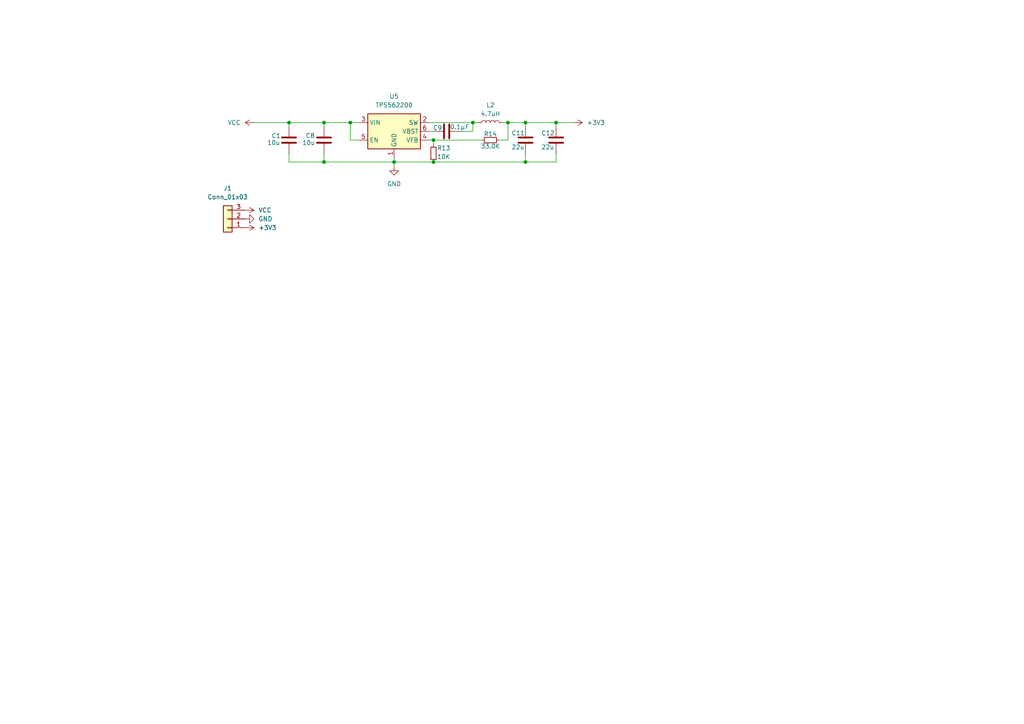
<source format=kicad_sch>
(kicad_sch (version 20250114) (generator "eeschema") (generator_version "9.0")
  (paper "A4")
  (lib_symbols
    (symbol "Connector_Generic:Conn_01x03" (pin_names (offset 1.016) (hide yes))
      (property "Reference" "J" (at 0 5.08 0))
      (property "Value" "Conn_01x03" (at 0 -5.08 0))
      (symbol "Conn_01x03_1_1"
        (rectangle (start -1.27 3.81) (end 1.27 -3.81) (stroke (width 0.254)) (fill (type background)))
        (rectangle (start -1.27 2.667) (end 0 2.413) (stroke (width 0.1524)))
        (rectangle (start -1.27 0.127) (end 0 -0.127) (stroke (width 0.1524)))
        (rectangle (start -1.27 -2.413) (end 0 -2.667) (stroke (width 0.1524)))
        (pin passive line (at -5.08 2.54 0) (length 3.81) (name "Pin_1") (number "1"))
        (pin passive line (at -5.08 0 0) (length 3.81) (name "Pin_2") (number "2"))
        (pin passive line (at -5.08 -2.54 0) (length 3.81) (name "Pin_3") (number "3"))
      )
    )
    (symbol "Device:C" (pin_numbers (hide yes)) (pin_names (offset 0.254))
      (property "Reference" "C" (at 0.635 2.54 0))
      (property "Value" "C" (at 0.635 -2.54 0))
      (symbol "C_0_1"
        (polyline (pts (xy -2.032 0.762) (xy 2.032 0.762)) (stroke (width 0.508)))
        (polyline (pts (xy -2.032 -0.762) (xy 2.032 -0.762)) (stroke (width 0.508)))
      )
      (symbol "C_1_1"
        (pin passive line (at 0 3.81 270) (length 2.794) (name "~") (number "1"))
        (pin passive line (at 0 -3.81 90) (length 2.794) (name "~") (number "2"))
      )
    )
    (symbol "Device:L" (pin_numbers (hide yes)) (pin_names (offset 1.016) (hide yes))
      (property "Reference" "L" (at -1.27 0 90))
      (property "Value" "L" (at 1.905 0 90))
      (symbol "L_0_1"
        (arc (start 0 2.54) (mid 0.6323 1.905) (end 0 1.27))
        (arc (start 0 1.27) (mid 0.6323 0.635) (end 0 0))
        (arc (start 0 0) (mid 0.6323 -0.635) (end 0 -1.27))
        (arc (start 0 -1.27) (mid 0.6323 -1.905) (end 0 -2.54))
      )
      (symbol "L_1_1"
        (pin passive line (at 0 3.81 270) (length 1.27) (name "1") (number "1"))
        (pin passive line (at 0 -3.81 90) (length 1.27) (name "2") (number "2"))
      )
    )
    (symbol "Device:R_Small" (pin_numbers (hide yes)) (pin_names (offset 0.254) (hide yes))
      (property "Reference" "R" (at 0.762 0.508 0))
      (property "Value" "R_Small" (at 0.762 -1.016 0))
      (symbol "R_Small_0_1"
        (rectangle (start -0.762 1.778) (end 0.762 -1.778) (stroke (width 0.2032)))
      )
      (symbol "R_Small_1_1"
        (pin passive line (at 0 2.54 270) (length 0.762) (name "~") (number "1"))
        (pin passive line (at 0 -2.54 90) (length 0.762) (name "~") (number "2"))
      )
    )
    (symbol "Regulator_Switching:TPS562200"
      (property "Reference" "U" (at -7.62 6.35 0))
      (property "Value" "TPS562200" (at -2.54 6.35 0))
      (symbol "TPS562200_0_1"
        (rectangle (start -7.62 5.08) (end 7.62 -5.08) (stroke (width 0.254)) (fill (type background)))
      )
      (symbol "TPS562200_1_1"
        (pin power_in line (at -10.16 2.54 0) (length 2.54) (name "VIN") (number "3"))
        (pin input line (at -10.16 -2.54 0) (length 2.54) (name "EN") (number "5"))
        (pin power_in line (at 0 -7.62 90) (length 2.54) (name "GND") (number "1"))
        (pin output line (at 10.16 2.54 180) (length 2.54) (name "SW") (number "2"))
        (pin passive line (at 10.16 0 180) (length 2.54) (name "VBST") (number "6"))
        (pin input line (at 10.16 -2.54 180) (length 2.54) (name "VFB") (number "4"))
      )
    )
    (symbol "power:+3V3" (power) (pin_names (offset 0))
      (property "Value" "+3V3" (at 0 3.556 0))
      (symbol "+3V3_0_1"
        (polyline (pts (xy -0.762 1.27) (xy 0 2.54)))
        (polyline (pts (xy 0 2.54) (xy 0.762 1.27)))
        (polyline (pts (xy 0 0) (xy 0 2.54)))
      )
      (symbol "+3V3_1_1"
        (pin power_in line (at 0 0 90) (length 0) (hide yes) (name "+3V3") (number "1"))
      )
    )
    (symbol "power:GND" (power) (pin_names (offset 0))
      (property "Value" "GND" (at 0 -3.81 0))
      (symbol "GND_0_1"
        (polyline (pts (xy 0 0) (xy 0 -1.27) (xy 1.27 -1.27) (xy 0 -2.54) (xy -1.27 -1.27) (xy 0 -1.27)))
      )
      (symbol "GND_1_1"
        (pin power_in line (at 0 0 270) (length 0) (hide yes) (name "GND") (number "1"))
      )
    )
    (symbol "power:VCC" (power) (pin_numbers (hide yes)) (pin_names (offset 0) (hide yes))
      (property "Value" "VCC" (at 0 3.556 0))
      (symbol "VCC_0_1"
        (polyline (pts (xy -0.762 1.27) (xy 0 2.54)))
        (polyline (pts (xy 0 2.54) (xy 0.762 1.27)))
        (polyline (pts (xy 0 0) (xy 0 2.54)))
      )
      (symbol "VCC_1_1"
        (pin power_in line (at 0 0 90) (length 0) (name "~") (number "1"))
      )
    )
  )
  (junction (at 93.98 46.99))
  (junction (at 125.73 46.99))
  (junction (at 152.4 46.99))
  (junction (at 114.3 46.99))
  (junction (at 147.32 35.56))
  (junction (at 125.73 40.64))
  (junction (at 152.4 35.56))
  (junction (at 137.16 35.56))
  (junction (at 93.98 35.56))
  (junction (at 83.82 35.56))
  (junction (at 101.6 35.56))
  (junction (at 161.29 35.56))
  (wire (pts (xy 83.82 46.99) (xy 93.98 46.99)))
  (wire (pts (xy 114.3 46.99) (xy 114.3 48.26)))
  (wire (pts (xy 152.4 46.99) (xy 161.29 46.99)))
  (wire (pts (xy 124.46 35.56) (xy 137.16 35.56)))
  (wire (pts (xy 146.05 35.56) (xy 147.32 35.56)))
  (wire (pts (xy 152.4 35.56) (xy 161.29 35.56)))
  (wire (pts (xy 161.29 35.56) (xy 166.37 35.56)))
  (wire (pts (xy 104.14 40.64) (xy 101.6 40.64)))
  (wire (pts (xy 125.73 40.64) (xy 125.73 41.91)))
  (wire (pts (xy 114.3 45.72) (xy 114.3 46.99)))
  (wire (pts (xy 161.29 35.56) (xy 161.29 36.83)))
  (wire (pts (xy 161.29 46.99) (xy 161.29 44.45)))
  (wire (pts (xy 133.35 38.1) (xy 137.16 38.1)))
  (wire (pts (xy 101.6 35.56) (xy 101.6 40.64)))
  (wire (pts (xy 144.78 40.64) (xy 147.32 40.64)))
  (wire (pts (xy 73.66 35.56) (xy 83.82 35.56)))
  (wire (pts (xy 83.82 35.56) (xy 93.98 35.56)))
  (wire (pts (xy 147.32 35.56) (xy 152.4 35.56)))
  (wire (pts (xy 114.3 46.99) (xy 125.73 46.99)))
  (wire (pts (xy 124.46 38.1) (xy 125.73 38.1)))
  (wire (pts (xy 137.16 35.56) (xy 138.43 35.56)))
  (wire (pts (xy 93.98 44.45) (xy 93.98 46.99)))
  (wire (pts (xy 124.46 40.64) (xy 125.73 40.64)))
  (wire (pts (xy 83.82 35.56) (xy 83.82 36.83)))
  (wire (pts (xy 152.4 44.45) (xy 152.4 46.99)))
  (wire (pts (xy 93.98 46.99) (xy 114.3 46.99)))
  (wire (pts (xy 83.82 44.45) (xy 83.82 46.99)))
  (wire (pts (xy 101.6 35.56) (xy 104.14 35.56)))
  (wire (pts (xy 137.16 35.56) (xy 137.16 38.1)))
  (wire (pts (xy 125.73 46.99) (xy 152.4 46.99)))
  (wire (pts (xy 93.98 35.56) (xy 93.98 36.83)))
  (wire (pts (xy 152.4 35.56) (xy 152.4 36.83)))
  (wire (pts (xy 147.32 40.64) (xy 147.32 35.56)))
  (wire (pts (xy 125.73 40.64) (xy 139.7 40.64)))
  (wire (pts (xy 93.98 35.56) (xy 101.6 35.56)))
  (symbol (lib_id "power:+3V3") (at 71.12 66.04 270) (unit 1)
    (property "Reference" "#PWR04" (effects (hide yes)))
    (property "Value" "+3V3" (at 74.93 66.0399 90) (effects (justify left)))
  )
  (symbol (lib_id "Device:L") (at 142.24 35.56 90) (unit 1)
    (property "Reference" "L2" (at 142.24 30.48 90))
    (property "Value" "4.7uH" (at 142.24 33.02 90))
    (property "Footprint" "Inductor_SMD:L_Chilisin_BMRA00050520" (effects (hide yes)))
    (property "Description" "Inductor" (effects (hide yes)))
    (property "LCSC" "C3002619" (effects (hide yes)))
  )
  (symbol (lib_id "Connector_Generic:Conn_01x03") (at 66.04 63.5 180) (unit 1)
    (property "Reference" "J1" (at 66.04 54.61 0))
    (property "Value" "Conn_01x03" (at 66.04 57.15 0))
    (property "Footprint" "Connector_PinHeader_2.54mm:PinHeader_1x03_P2.54mm_Vertical" (effects (hide yes)))
    (property "Description" "Generic connector, single row, 01x03, script generated (kicad-library-utils/schlib/autogen/connector/)" (effects (hide yes)))
  )
  (symbol (lib_id "power:VCC") (at 71.12 60.96 270) (unit 1)
    (property "Reference" "#PWR02" (effects (hide yes)))
    (property "Value" "VCC" (at 74.93 60.9599 90) (effects (justify left)))
    (property "Description" "Power symbol creates a global label with name \"VCC\"" (effects (hide yes)))
  )
  (symbol (lib_id "Device:C") (at 161.29 40.64 0) (unit 1)
    (property "Reference" "C12" (at 156.972 38.608 0) (effects (justify left)))
    (property "Value" "22u" (at 156.972 42.672 0) (effects (justify left)))
    (property "Footprint" "Capacitor_SMD:C_0603_1608Metric" (effects (hide yes)))
    (property "LCSC" "C6119867" (effects (hide yes)))
  )
  (symbol (lib_id "power:GND") (at 114.3 48.26 0) (unit 1)
    (property "Reference" "#PWR013" (effects (hide yes)))
    (property "Value" "GND" (at 114.3 53.34 0))
  )
  (symbol (lib_id "power:VCC") (at 73.66 35.56 90) (unit 1)
    (property "Reference" "#PWR01" (effects (hide yes)))
    (property "Value" "VCC" (at 69.85 35.5599 90) (effects (justify left)))
    (property "Description" "Power symbol creates a global label with name \"VCC\"" (effects (hide yes)))
  )
  (symbol (lib_id "Device:R_Small") (at 142.24 40.64 90) (unit 1)
    (property "Reference" "R14" (at 142.24 38.862 90))
    (property "Value" "33.0K" (at 142.24 42.418 90))
    (property "Footprint" "Resistor_SMD:R_0603_1608Metric" (effects (hide yes)))
    (property "LCSC" "C4216" (effects (hide yes)))
  )
  (symbol (lib_id "Device:C") (at 129.54 38.1 90) (unit 1)
    (property "Reference" "C9" (at 128.27 37.084 90) (effects (justify left)))
    (property "Value" "0.1µF" (at 136.144 36.83 90) (effects (justify left)))
    (property "Footprint" "Capacitor_SMD:C_0603_1608Metric" (effects (hide yes)))
    (property "LCSC" "C6119867" (effects (hide yes)))
  )
  (symbol (lib_id "power:GND") (at 71.12 63.5 90) (unit 1)
    (property "Reference" "#PWR03" (effects (hide yes)))
    (property "Value" "GND" (at 74.93 63.4999 90) (effects (justify right)))
  )
  (symbol (lib_id "Device:C") (at 152.4 40.64 0) (unit 1)
    (property "Reference" "C11" (at 148.336 38.608 0) (effects (justify left)))
    (property "Value" "22u" (at 148.336 42.672 0) (effects (justify left)))
    (property "Footprint" "Capacitor_SMD:C_0603_1608Metric" (effects (hide yes)))
    (property "LCSC" "C6119867" (effects (hide yes)))
  )
  (symbol (lib_id "power:+3V3") (at 166.37 35.56 270) (unit 1)
    (property "Reference" "#PWR022" (effects (hide yes)))
    (property "Value" "+3V3" (at 170.18 35.5599 90) (effects (justify left)))
  )
  (symbol (lib_id "Device:C") (at 83.82 40.64 0) (unit 1)
    (property "Reference" "C1" (at 78.74 39.37 0) (effects (justify left)))
    (property "Value" "10u" (at 77.47 41.402 0) (effects (justify left)))
    (property "Footprint" "Capacitor_SMD:C_0603_1608Metric" (effects (hide yes)))
    (property "LCSC" "C1691" (effects (hide yes)))
  )
  (symbol (lib_id "Device:R_Small") (at 125.73 44.45 0) (unit 1)
    (property "Reference" "R13" (at 126.746 42.926 0) (effects (justify left)))
    (property "Value" "10K" (at 126.746 45.466 0) (effects (justify left)))
    (property "Footprint" "Resistor_SMD:R_0603_1608Metric" (effects (hide yes)))
    (property "LCSC" "C25804" (effects (hide yes)))
  )
  (symbol (lib_id "Device:C") (at 93.98 40.64 0) (unit 1)
    (property "Reference" "C8" (at 88.646 39.37 0) (effects (justify left)))
    (property "Value" "10u" (at 87.63 41.402 0) (effects (justify left)))
    (property "Footprint" "Capacitor_SMD:C_0603_1608Metric" (effects (hide yes)))
    (property "LCSC" "C1691" (effects (hide yes)))
  )
  (symbol (lib_id "Regulator_Switching:TPS562200") (at 114.3 38.1 0) (unit 1)
    (property "Reference" "U5" (at 114.3 27.94 0))
    (property "Value" "TPS562200" (at 114.3 30.48 0))
    (property "Footprint" "Package_TO_SOT_SMD:SOT-23-6" (effects (hide yes)))
    (property "Datasheet" "http://www.ti.com/lit/ds/symlink/tps563200.pdf" (effects (hide yes)))
    (property "Description" "2A Synchronous Step-Down Voltage Regulator, Adjustable Output Voltage, 4.5-17V Input Voltage, SOT-23-6" (effects (hide yes)))
    (property "LCSC" "C49757" (effects (hide yes)))
  )
)
</source>
